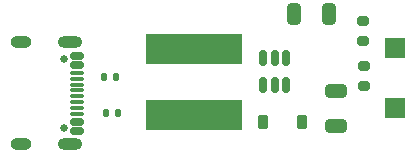
<source format=gbr>
%TF.GenerationSoftware,KiCad,Pcbnew,8.0.3*%
%TF.CreationDate,2024-08-23T16:47:22+02:00*%
%TF.ProjectId,BOOST_CONVERTER,424f4f53-545f-4434-9f4e-564552544552,1.0*%
%TF.SameCoordinates,Original*%
%TF.FileFunction,Soldermask,Top*%
%TF.FilePolarity,Negative*%
%FSLAX46Y46*%
G04 Gerber Fmt 4.6, Leading zero omitted, Abs format (unit mm)*
G04 Created by KiCad (PCBNEW 8.0.3) date 2024-08-23 16:47:22*
%MOMM*%
%LPD*%
G01*
G04 APERTURE LIST*
G04 Aperture macros list*
%AMRoundRect*
0 Rectangle with rounded corners*
0 $1 Rounding radius*
0 $2 $3 $4 $5 $6 $7 $8 $9 X,Y pos of 4 corners*
0 Add a 4 corners polygon primitive as box body*
4,1,4,$2,$3,$4,$5,$6,$7,$8,$9,$2,$3,0*
0 Add four circle primitives for the rounded corners*
1,1,$1+$1,$2,$3*
1,1,$1+$1,$4,$5*
1,1,$1+$1,$6,$7*
1,1,$1+$1,$8,$9*
0 Add four rect primitives between the rounded corners*
20,1,$1+$1,$2,$3,$4,$5,0*
20,1,$1+$1,$4,$5,$6,$7,0*
20,1,$1+$1,$6,$7,$8,$9,0*
20,1,$1+$1,$8,$9,$2,$3,0*%
G04 Aperture macros list end*
%ADD10R,1.700000X1.700000*%
%ADD11RoundRect,0.135000X-0.135000X-0.185000X0.135000X-0.185000X0.135000X0.185000X-0.135000X0.185000X0*%
%ADD12O,1.800000X1.000000*%
%ADD13O,2.100000X1.000000*%
%ADD14RoundRect,0.150000X-0.425000X0.150000X-0.425000X-0.150000X0.425000X-0.150000X0.425000X0.150000X0*%
%ADD15RoundRect,0.075000X-0.500000X0.075000X-0.500000X-0.075000X0.500000X-0.075000X0.500000X0.075000X0*%
%ADD16C,0.650000*%
%ADD17RoundRect,0.225000X0.225000X0.375000X-0.225000X0.375000X-0.225000X-0.375000X0.225000X-0.375000X0*%
%ADD18RoundRect,0.200000X0.275000X-0.200000X0.275000X0.200000X-0.275000X0.200000X-0.275000X-0.200000X0*%
%ADD19R,8.200000X2.600000*%
%ADD20RoundRect,0.250000X0.650000X-0.325000X0.650000X0.325000X-0.650000X0.325000X-0.650000X-0.325000X0*%
%ADD21RoundRect,0.150000X0.150000X-0.512500X0.150000X0.512500X-0.150000X0.512500X-0.150000X-0.512500X0*%
%ADD22RoundRect,0.250000X-0.325000X-0.650000X0.325000X-0.650000X0.325000X0.650000X-0.325000X0.650000X0*%
G04 APERTURE END LIST*
D10*
%TO.C,J2*%
X124100000Y-82390000D03*
%TD*%
%TO.C,J1*%
X124100000Y-87450000D03*
%TD*%
D11*
%TO.C,R2*%
X99490000Y-84800000D03*
X100510000Y-84800000D03*
%TD*%
D12*
%TO.C,P1*%
X92435000Y-90520000D03*
D13*
X96615000Y-90520000D03*
D12*
X92435000Y-81880000D03*
D13*
X96615000Y-81880000D03*
D14*
X97190000Y-83000000D03*
X97190000Y-83800000D03*
D15*
X97190000Y-84450000D03*
X97190000Y-85450000D03*
X97190000Y-86950000D03*
X97190000Y-87950000D03*
D14*
X97190000Y-88600000D03*
X97190000Y-89400000D03*
X97190000Y-89400000D03*
X97190000Y-88600000D03*
D15*
X97190000Y-87450000D03*
X97190000Y-86450000D03*
X97190000Y-85950000D03*
X97190000Y-84950000D03*
D14*
X97190000Y-83800000D03*
X97190000Y-83000000D03*
D16*
X96115000Y-89090000D03*
X96115000Y-83310000D03*
%TD*%
D17*
%TO.C,D1*%
X116300000Y-88600000D03*
X113000000Y-88600000D03*
%TD*%
D18*
%TO.C,R3*%
X121500000Y-85550000D03*
X121500000Y-83900000D03*
%TD*%
D11*
%TO.C,R1*%
X99680000Y-87900000D03*
X100700000Y-87900000D03*
%TD*%
D19*
%TO.C,L1*%
X107100000Y-82400000D03*
X107100000Y-88000000D03*
%TD*%
D18*
%TO.C,R4*%
X121400000Y-81725000D03*
X121400000Y-80075000D03*
%TD*%
D20*
%TO.C,C2*%
X119160000Y-88935000D03*
X119160000Y-85985000D03*
%TD*%
D21*
%TO.C,U1*%
X113000000Y-85500000D03*
X113950000Y-85500000D03*
X114900000Y-85500000D03*
X114900000Y-83225000D03*
X113950000Y-83225000D03*
X113000000Y-83225000D03*
%TD*%
D22*
%TO.C,C1*%
X115625000Y-79500000D03*
X118575000Y-79500000D03*
%TD*%
M02*

</source>
